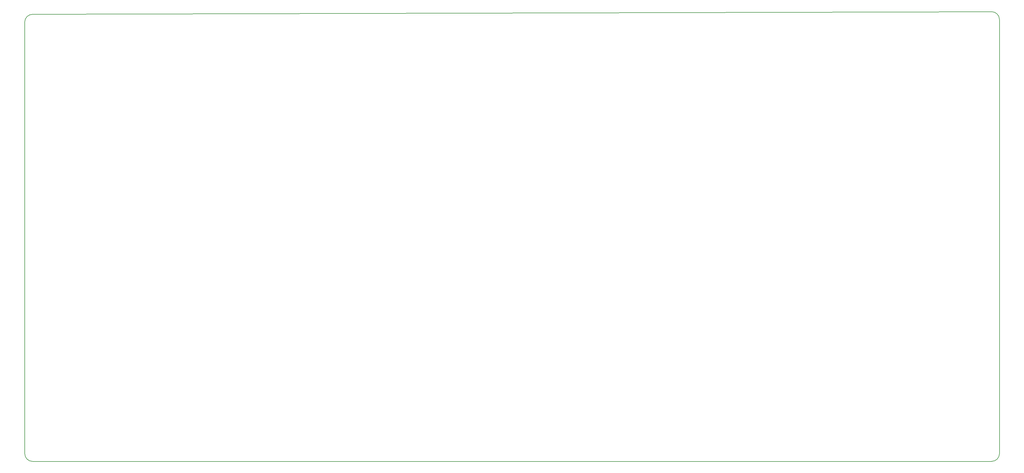
<source format=gm1>
G04 #@! TF.GenerationSoftware,KiCad,Pcbnew,(5.1.4)-1*
G04 #@! TF.CreationDate,2021-08-06T17:52:11-05:00*
G04 #@! TF.ProjectId,keyboard,6b657962-6f61-4726-942e-6b696361645f,rev?*
G04 #@! TF.SameCoordinates,Original*
G04 #@! TF.FileFunction,Profile,NP*
%FSLAX46Y46*%
G04 Gerber Fmt 4.6, Leading zero omitted, Abs format (unit mm)*
G04 Created by KiCad (PCBNEW (5.1.4)-1) date 2021-08-06 17:52:11*
%MOMM*%
%LPD*%
G04 APERTURE LIST*
%ADD10C,0.200000*%
G04 APERTURE END LIST*
D10*
X370681250Y-78581250D02*
G75*
G02X373062500Y-80962500I0J-2381250D01*
G01*
X79375000Y-81756250D02*
G75*
G02X81756250Y-79375000I2381250J0D01*
G01*
X81756250Y-79375000D02*
X370681250Y-78581250D01*
X81756250Y-214312500D02*
G75*
G02X79375000Y-211931250I0J2381250D01*
G01*
X373062500Y-211931250D02*
G75*
G02X370681250Y-214312500I-2381250J0D01*
G01*
X373062500Y-80962500D02*
X373062500Y-211931250D01*
X370681250Y-214312500D02*
X81756250Y-214312500D01*
X79375000Y-211931250D02*
X79375000Y-81756250D01*
M02*

</source>
